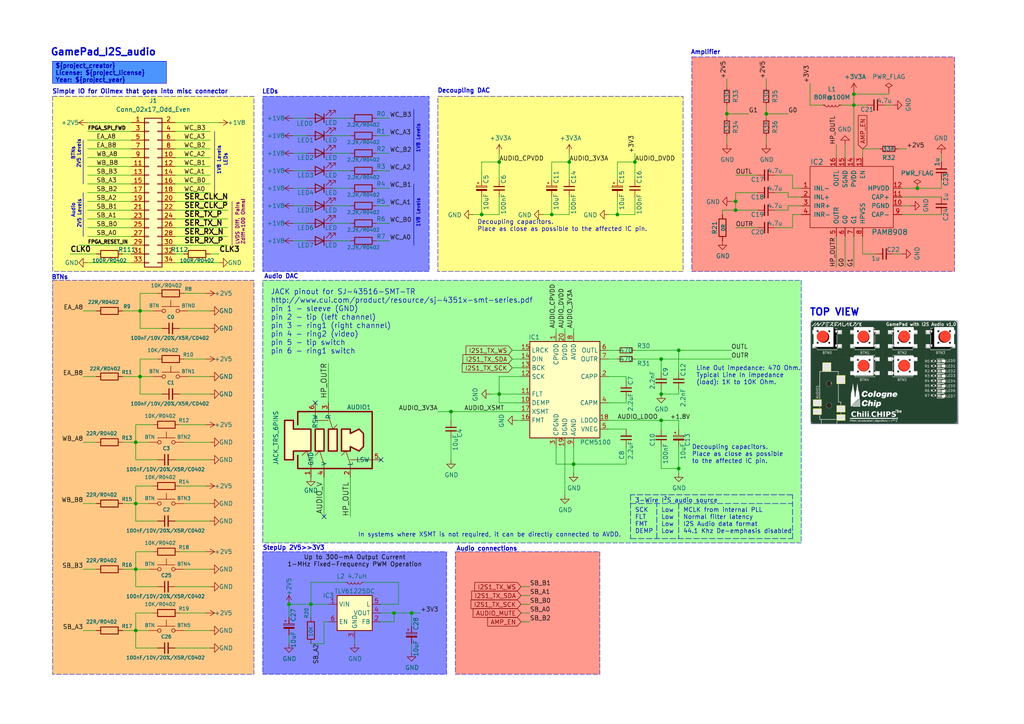
<source format=kicad_sch>
(kicad_sch (version 20250114) (generator "eeschema") (generator_version "9.0")
  (paper "A4")
  (title_block (title "GamePad_I2S_Audio") (date "2024-10-16") (rev "v1.0") (company "Intergalaktik d.o.o.") (comment 1 "CERN-OHL-S v2"))
  (rectangle (start 76.2 81.28) (end 232.41 157.48) (stroke (width 0.127) (type dash)) (fill (type color) (color 70 255 54 0.48)))
  (rectangle (start 127 27.94) (end 198.12 78.74) (stroke (width 0.127) (type dash)) (fill (type color) (color 255 253 8 0.48)))
  (rectangle (start 15.24 27.94) (end 73.66 78.74) (stroke (width 0.127) (type dash)) (fill (type color) (color 255 253 8 0.48)))
  (rectangle (start 15.24 81.28) (end 73.66 195.58) (stroke (width 0.127) (type dash)) (fill (type color) (color 255 141 0 0.48)))
  (rectangle (start 76.2 27.94) (end 124.46 78.74) (stroke (width 0.127) (type dash)) (fill (type color) (color 0 12 255 0.48)))
  (rectangle (start 132.08 160.02) (end 173.99 195.58) (stroke (width 0.127) (type dash)) (fill (type color) (color 255 41 17 0.48)))
  (rectangle (start 200.66 16.51) (end 276.86 78.74) (stroke (width 0.127) (type dash)) (fill (type color) (color 255 41 17 0.48)))
  (rectangle (start 15.24 17.78) (end 48.26 24.13) (fill (type color) (color 76 149 255 1)))
  (rectangle (start 76.2 160.02) (end 129.54 195.58) (stroke (width 0.127) (type dash)) (fill (type color) (color 0 12 255 0.48)))
  (text "2V5 Levels" (at 23.622 66.294 90) (effects (font (size 1.016 1.016) (bold yes)) (justify left bottom)))
  (text "1V8 Levels" (at 121.92 66.04 90) (effects (font (size 1.016 1.016) (bold yes)) (justify left bottom)))
  (text "Up to 300-mA Output Current\n1-MHz Fixed-Frequency PWM Operation" (at 102.87 162.814 0) (effects (font (size 1.27 1.27))))
  (text "GamePad_I2S_audio" (at 29.972 15.24 0) (effects (font (size 2.032 2.032) (thickness 0.4064) (bold yes))))
  (text "Audio connections" (at 150.114 160.02 0) (effects (font (size 1.27 1.27) (bold yes)) (justify right bottom)))
  (text "Audio DAC" (at 86.614 81.026 0) (effects (font (size 1.27 1.27) (bold yes)) (justify right bottom)))
  (text "Line Out impedance: 470 Ohm.\nTypical Line In impedance\n(load): 1K to 10K Ohm." (at 201.93 111.76 0) (effects (font (size 1.27 1.27)) (justify left bottom)))
  (text "StepUp 2V5>>3V3" (at 94.234 159.766 0) (effects (font (size 1.27 1.27) (bold yes)) (justify right bottom)))
  (text "BTNs" (at 21.844 46.482 90) (effects (font (size 1.016 1.016) (bold yes)) (justify left bottom)))
  (text "In systems where XSMT is not required, it can be directly connected to AVDD." (at 141.986 155.194 0) (effects (font (size 1.27 1.27))))
  (text "BTNs" (at 19.812 81.28 0) (effects (font (size 1.27 1.27) (bold yes)) (justify right bottom)))
  (text "3-Wire I²S audio source" (at 184.15 146.05 0) (effects (font (size 1.27 1.27)) (justify left bottom)))
  (text "Low\nLow\nLow\nLow" (at 191.77 154.94 0) (effects (font (size 1.27 1.27)) (justify left bottom)))
  (text "Decoupling capacitors. \nPlace as close as possible to the affected IC pin." (at 138.43 67.31 0) (effects (font (size 1.27 1.27)) (justify left bottom)))
  (text "Amplifier" (at 209.042 16.002 0) (effects (font (size 1.27 1.27) (bold yes)) (justify right bottom)))
  (text "1V8 Levels" (at 64.135 50.8 90) (effects (font (size 1.016 1.016) (bold yes)) (justify left bottom)))
  (text "2V5 Levels" (at 23.495 48.895 90) (effects (font (size 1.016 1.016) (bold yes)) (justify left bottom)))
  (text "JACK pinout for SJ-43516-SMT-TR\nhttp://www.cui.com/product/resource/sj-4351x-smt-series.pdf\npin 1 - sleeve (GND)\npin 2 - tip (left channel)\npin 3 - ring1 (right channel)\npin 4 - ring2 (video)\npin 5 - tip switch\npin 6 - ring1 switch" (at 78.486 102.87 0) (effects (font (size 1.524 1.524)) (justify left bottom)))
  (text "LVDS Diff. Pairs\nZdiff=100 Ohms!" (at 71.12 71.12 90) (effects (font (size 1.016 1.016) (bold yes)) (justify left bottom)))
  (text "SCK\nFLT\nFMT\nDEMP" (at 184.15 154.94 0) (effects (font (size 1.27 1.27)) (justify left bottom)))
  (text "MCLK from internal PLL\nNormal filter latency\nI2S Audio data format\n44.1 Khz De-emphasis disabled" (at 198.12 154.94 0) (effects (font (size 1.27 1.27)) (justify left bottom)))
  (text "Audio" (at 21.844 63.246 90) (effects (font (size 1.016 1.016) (bold yes)) (justify left bottom)))
  (text "LEDs" (at 80.772 27.432 0) (effects (font (size 1.27 1.27) (bold yes)) (justify right bottom)))
  (text "Simple IO for Olimex that goes into misc connector" (at 40.64 26.67 0) (effects (font (size 1.27 1.27) (thickness 0.254) (bold yes))))
  (text "${project_creator}\nLicense: ${project_license}\nYear: ${project_year}" (at 16.002 18.542 0) (effects (font (size 1.27 1.27) (thickness 0.254) (bold yes)) (justify left top)))
  (text "TOP VIEW" (at 242.062 90.678 0) (effects (font (size 2.032 2.032) (thickness 0.4064) (bold yes))))
  (text "1V8 Levels" (at 121.92 44.45 90) (effects (font (size 1.016 1.016) (bold yes)) (justify left bottom)))
  (text "LEDs" (at 66.04 48.26 90) (effects (font (size 1.016 1.016) (bold yes)) (justify left bottom)))
  (text "Decoupling capacitors. \nPlace as close as possible\nto the affected IC pin." (at 200.66 134.62 0) (effects (font (size 1.27 1.27)) (justify left bottom)))
  (text "Decoupling DAC" (at 142.24 27.178 0) (effects (font (size 1.27 1.27) (bold yes)) (justify right bottom)))
  (junction (at 40.64 109.22))
  (junction (at 191.77 104.14))
  (junction (at 39.37 128.27))
  (junction (at 247.65 30.48))
  (junction (at 144.78 114.3))
  (junction (at 191.77 121.92))
  (junction (at 191.77 114.3))
  (junction (at 222.25 33.02))
  (junction (at 83.82 175.26))
  (junction (at 179.07 62.23))
  (junction (at 39.37 146.05))
  (junction (at 266.065 54.61))
  (junction (at 213.36 60.96))
  (junction (at 196.85 135.89))
  (junction (at 130.81 119.38))
  (junction (at 139.7 62.23))
  (junction (at 144.78 46.99))
  (junction (at 119.38 177.8))
  (junction (at 114.3 177.8))
  (junction (at 247.65 27.305))
  (junction (at 210.82 33.02))
  (junction (at 184.15 46.99))
  (junction (at 166.37 134.62))
  (junction (at 90.17 175.26))
  (junction (at 213.36 58.42))
  (junction (at 160.02 62.23))
  (junction (at 39.37 182.88))
  (junction (at 165.1 46.99))
  (junction (at 39.37 165.1))
  (junction (at 196.85 101.6))
  (junction (at 40.64 90.17))
  (no_connect (at 93.98 149.86))
  (no_connect (at 110.49 133.35))
  (no_connect (at 91.44 116.84))
  (polyline (pts (xy 24.13 55.88) (xy 24.13 68.58)))
  (wire (pts (xy 165.1 62.23) (xy 160.02 62.23)))
  (wire (pts (xy 114.3 180.34) (xy 114.3 177.8)))
  (wire (pts (xy 127 119.38) (xy 130.81 119.38)))
  (wire (pts (xy 85.09 59.69) (xy 88.9 59.69)))
  (wire (pts (xy 181.61 116.84) (xy 181.61 115.57)))
  (wire (pts (xy 196.85 137.16) (xy 196.85 135.89)))
  (wire (pts (xy 257.81 27.305) (xy 247.65 27.305)))
  (wire (pts (xy 40.64 85.09) (xy 45.72 85.09)))
  (wire (pts (xy 196.85 114.3) (xy 196.85 113.03)))
  (wire (pts (xy 102.87 185.42) (xy 102.87 186.69)))
  (wire (pts (xy 139.7 46.99) (xy 144.78 46.99)))
  (wire (pts (xy 229.87 62.23) (xy 232.41 62.23)))
  (wire (pts (xy 130.81 119.38) (xy 130.81 121.92)))
  (wire (pts (xy 257.81 26.67) (xy 257.81 27.305)))
  (wire (pts (xy 50.8 58.42) (xy 66.04 58.42)))
  (wire (pts (xy 50.8 68.58) (xy 66.04 68.58)))
  (wire (pts (xy 228.6 55.88) (xy 228.6 57.15)))
  (wire (pts (xy 93.98 138.43) (xy 93.98 149.86)))
  (wire (pts (xy 139.7 62.23) (xy 137.16 62.23)))
  (wire (pts (xy 39.37 146.05) (xy 39.37 151.13)))
  (wire (pts (xy 109.22 44.45) (xy 113.03 44.45)))
  (wire (pts (xy 161.29 129.54) (xy 161.29 134.62)))
  (wire (pts (xy 39.37 151.13) (xy 45.72 151.13)))
  (wire (pts (xy 176.53 124.46) (xy 181.61 124.46)))
  (wire (pts (xy 184.15 104.14) (xy 191.77 104.14)))
  (wire (pts (xy 25.4 48.26) (xy 38.1 48.26)))
  (wire (pts (xy 151.13 180.34) (xy 153.67 180.34)))
  (wire (pts (xy 166.37 134.62) (xy 166.37 137.16)))
  (wire (pts (xy 166.37 134.62) (xy 166.37 129.54)))
  (wire (pts (xy 50.8 66.04) (xy 66.04 66.04)))
  (wire (pts (xy 96.52 59.69) (xy 101.6 59.69)))
  (wire (pts (xy 50.8 53.34) (xy 60.96 53.34)))
  (wire (pts (xy 90.17 175.26) (xy 90.17 179.07)))
  (wire (pts (xy 40.64 114.3) (xy 46.99 114.3)))
  (wire (pts (xy 109.22 64.77) (xy 113.03 64.77)))
  (wire (pts (xy 50.8 170.18) (xy 60.96 170.18)))
  (wire (pts (xy 181.61 109.22) (xy 181.61 110.49)))
  (wire (pts (xy 144.78 57.15) (xy 144.78 62.23)))
  (wire (pts (xy 114.3 177.8) (xy 119.38 177.8)))
  (polyline (pts (xy 229.87 143.51) (xy 182.88 143.51)) (stroke (width 0) (type dash)))
  (polyline (pts (xy 67.31 58.42) (xy 67.31 71.12)) (stroke (width 0) (color 132 0 132 1)))
  (wire (pts (xy 39.37 128.27) (xy 39.37 133.35)))
  (wire (pts (xy 213.36 55.88) (xy 213.36 58.42)))
  (wire (pts (xy 229.87 54.61) (xy 232.41 54.61)))
  (wire (pts (xy 191.77 121.92) (xy 196.85 121.92)))
  (wire (pts (xy 273.05 52.07) (xy 273.05 54.61)))
  (wire (pts (xy 179.07 57.15) (xy 179.07 62.23)))
  (wire (pts (xy 83.82 175.26) (xy 83.82 179.07)))
  (wire (pts (xy 25.4 43.18) (xy 38.1 43.18)))
  (wire (pts (xy 39.37 128.27) (xy 43.18 128.27)))
  (wire (pts (xy 35.56 146.05) (xy 39.37 146.05)))
  (wire (pts (xy 144.78 109.22) (xy 144.78 114.3)))
  (wire (pts (xy 228.6 57.15) (xy 232.41 57.15)))
  (wire (pts (xy 44.45 123.19) (xy 39.37 123.19)))
  (wire (pts (xy 39.37 182.88) (xy 43.18 182.88)))
  (wire (pts (xy 40.64 109.22) (xy 44.45 109.22)))
  (wire (pts (xy 50.8 50.8) (xy 60.96 50.8)))
  (wire (pts (xy 196.85 114.3) (xy 191.77 114.3)))
  (wire (pts (xy 163.83 129.54) (xy 163.83 143.51)))
  (wire (pts (xy 25.4 40.64) (xy 38.1 40.64)))
  (wire (pts (xy 24.13 128.27) (xy 27.94 128.27)))
  (wire (pts (xy 110.49 177.8) (xy 114.3 177.8)))
  (polyline (pts (xy 182.88 146.05) (xy 229.87 146.05)) (stroke (width 0) (type dash)))
  (wire (pts (xy 60.96 73.66) (xy 63.5 73.66)))
  (wire (pts (xy 222.25 33.02) (xy 222.25 34.29)))
  (wire (pts (xy 184.15 46.99) (xy 184.15 44.45)))
  (polyline (pts (xy 182.88 143.51) (xy 182.88 156.21)) (stroke (width 0) (type dash)))
  (wire (pts (xy 25.4 55.88) (xy 38.1 55.88)))
  (wire (pts (xy 151.13 172.72) (xy 153.67 172.72)))
  (wire (pts (xy 22.86 71.12) (xy 38.1 71.12)))
  (wire (pts (xy 53.34 104.14) (xy 59.69 104.14)))
  (wire (pts (xy 181.61 134.62) (xy 166.37 134.62)))
  (wire (pts (xy 52.07 140.97) (xy 59.69 140.97)))
  (wire (pts (xy 163.83 96.52) (xy 163.83 95.25)))
  (wire (pts (xy 96.52 39.37) (xy 101.6 39.37)))
  (wire (pts (xy 224.79 66.04) (xy 229.87 66.04)))
  (wire (pts (xy 209.55 62.23) (xy 209.55 60.96)))
  (wire (pts (xy 119.38 177.8) (xy 119.38 181.61)))
  (wire (pts (xy 222.25 39.37) (xy 222.25 41.91)))
  (wire (pts (xy 144.78 114.3) (xy 144.78 116.84)))
  (wire (pts (xy 109.22 69.85) (xy 113.03 69.85)))
  (wire (pts (xy 25.4 63.5) (xy 38.1 63.5)))
  (wire (pts (xy 50.8 187.96) (xy 60.96 187.96)))
  (polyline (pts (xy 62.23 38.1) (xy 62.23 55.88)))
  (wire (pts (xy 247.65 68.58) (xy 247.65 77.47)))
  (wire (pts (xy 261.62 62.23) (xy 273.05 62.23)))
  (wire (pts (xy 39.37 146.05) (xy 43.18 146.05)))
  (wire (pts (xy 85.09 54.61) (xy 88.9 54.61)))
  (wire (pts (xy 191.77 135.89) (xy 196.85 135.89)))
  (wire (pts (xy 110.49 180.34) (xy 114.3 180.34)))
  (wire (pts (xy 50.8 76.2) (xy 63.5 76.2)))
  (wire (pts (xy 39.37 170.18) (xy 45.72 170.18)))
  (wire (pts (xy 184.15 62.23) (xy 179.07 62.23)))
  (wire (pts (xy 93.98 180.34) (xy 95.25 180.34)))
  (wire (pts (xy 250.19 68.58) (xy 250.19 73.66)))
  (wire (pts (xy 176.53 116.84) (xy 181.61 116.84)))
  (wire (pts (xy 196.85 121.92) (xy 196.85 124.46)))
  (wire (pts (xy 96.52 34.29) (xy 101.6 34.29)))
  (wire (pts (xy 144.78 114.3) (xy 151.13 114.3)))
  (wire (pts (xy 39.37 187.96) (xy 45.72 187.96)))
  (wire (pts (xy 40.64 109.22) (xy 40.64 114.3)))
  (wire (pts (xy 184.15 57.15) (xy 184.15 62.23)))
  (wire (pts (xy 96.52 69.85) (xy 101.6 69.85)))
  (wire (pts (xy 39.37 165.1) (xy 39.37 170.18)))
  (wire (pts (xy 85.09 34.29) (xy 88.9 34.29)))
  (wire (pts (xy 25.4 45.72) (xy 38.1 45.72)))
  (wire (pts (xy 39.37 140.97) (xy 39.37 146.05)))
  (polyline (pts (xy 196.85 146.05) (xy 196.85 156.21)) (stroke (width 0) (type dash)))
  (wire (pts (xy 151.13 177.8) (xy 153.67 177.8)))
  (wire (pts (xy 242.57 45.72) (xy 242.57 41.91)))
  (wire (pts (xy 40.64 104.14) (xy 40.64 109.22)))
  (wire (pts (xy 52.07 95.25) (xy 60.96 95.25)))
  (wire (pts (xy 142.24 114.3) (xy 144.78 114.3)))
  (wire (pts (xy 39.37 165.1) (xy 43.18 165.1)))
  (wire (pts (xy 130.81 127) (xy 130.81 133.35)))
  (wire (pts (xy 144.78 62.23) (xy 139.7 62.23)))
  (wire (pts (xy 25.4 53.34) (xy 38.1 53.34)))
  (wire (pts (xy 85.09 49.53) (xy 88.9 49.53)))
  (wire (pts (xy 24.13 109.22) (xy 27.94 109.22)))
  (wire (pts (xy 40.64 90.17) (xy 44.45 90.17)))
  (wire (pts (xy 25.4 66.04) (xy 38.1 66.04)))
  (wire (pts (xy 35.56 90.17) (xy 40.64 90.17)))
  (wire (pts (xy 52.07 114.3) (xy 60.96 114.3)))
  (wire (pts (xy 53.34 128.27) (xy 60.96 128.27)))
  (wire (pts (xy 25.4 60.96) (xy 38.1 60.96)))
  (wire (pts (xy 191.77 104.14) (xy 212.09 104.14)))
  (wire (pts (xy 39.37 177.8) (xy 39.37 182.88)))
  (wire (pts (xy 259.08 73.66) (xy 261.62 73.66)))
  (wire (pts (xy 191.77 129.54) (xy 191.77 135.89)))
  (wire (pts (xy 95.25 116.84) (xy 95.25 105.41)))
  (wire (pts (xy 247.65 27.305) (xy 247.65 30.48)))
  (polyline (pts (xy 182.88 156.21) (xy 229.87 156.21)) (stroke (width 0) (type dash)))
  (wire (pts (xy 39.37 160.02) (xy 39.37 165.1)))
  (wire (pts (xy 245.11 68.58) (xy 245.11 77.47)))
  (wire (pts (xy 184.15 101.6) (xy 196.85 101.6)))
  (wire (pts (xy 165.1 46.99) (xy 165.1 44.45)))
  (wire (pts (xy 196.85 101.6) (xy 196.85 107.95)))
  (wire (pts (xy 160.02 57.15) (xy 160.02 62.23)))
  (wire (pts (xy 210.82 33.02) (xy 210.82 30.48)))
  (polyline (pts (xy 229.87 156.21) (xy 229.87 143.51)) (stroke (width 0) (type dash)))
  (wire (pts (xy 210.82 33.02) (xy 217.17 33.02)))
  (wire (pts (xy 224.79 60.96) (xy 228.6 60.96)))
  (wire (pts (xy 90.17 175.26) (xy 95.25 175.26)))
  (wire (pts (xy 50.8 133.35) (xy 60.96 133.35)))
  (wire (pts (xy 161.29 134.62) (xy 166.37 134.62)))
  (wire (pts (xy 63.5 35.56) (xy 50.8 35.56)))
  (wire (pts (xy 85.09 39.37) (xy 88.9 39.37)))
  (wire (pts (xy 20.32 73.66) (xy 27.94 73.66)))
  (wire (pts (xy 50.8 45.72) (xy 60.96 45.72)))
  (wire (pts (xy 247.65 26.67) (xy 247.65 27.305)))
  (wire (pts (xy 261.62 57.15) (xy 273.05 57.15)))
  (wire (pts (xy 83.82 175.26) (xy 90.17 175.26)))
  (wire (pts (xy 176.53 104.14) (xy 179.07 104.14)))
  (wire (pts (xy 148.59 101.6) (xy 151.13 101.6)))
  (wire (pts (xy 176.53 121.92) (xy 191.77 121.92)))
  (wire (pts (xy 213.36 58.42) (xy 212.09 58.42)))
  (wire (pts (xy 96.52 64.77) (xy 101.6 64.77)))
  (wire (pts (xy 90.17 186.69) (xy 93.98 186.69)))
  (wire (pts (xy 247.65 45.72) (xy 247.65 30.48)))
  (wire (pts (xy 181.61 129.54) (xy 181.61 134.62)))
  (wire (pts (xy 109.22 59.69) (xy 113.03 59.69)))
  (wire (pts (xy 53.34 182.88) (xy 60.96 182.88)))
  (wire (pts (xy 40.64 90.17) (xy 40.64 85.09)))
  (wire (pts (xy 234.95 30.48) (xy 234.95 24.13)))
  (wire (pts (xy 50.8 60.96) (xy 66.04 60.96)))
  (wire (pts (xy 261.62 59.69) (xy 264.16 59.69)))
  (wire (pts (xy 50.8 40.64) (xy 60.96 40.64)))
  (wire (pts (xy 247.65 30.48) (xy 251.46 30.48)))
  (wire (pts (xy 25.4 68.58) (xy 38.1 68.58)))
  (wire (pts (xy 229.87 66.04) (xy 229.87 62.23)))
  (wire (pts (xy 260.35 43.18) (xy 262.89 43.18)))
  (wire (pts (xy 24.13 182.88) (xy 27.94 182.88)))
  (wire (pts (xy 161.29 96.52) (xy 161.29 95.25)))
  (wire (pts (xy 101.6 138.43) (xy 101.6 149.86)))
  (wire (pts (xy 139.7 57.15) (xy 139.7 62.23)))
  (wire (pts (xy 191.77 107.95) (xy 191.77 104.14)))
  (wire (pts (xy 256.54 30.48) (xy 259.08 30.48)))
  (wire (pts (xy 38.1 73.66) (xy 35.56 73.66)))
  (wire (pts (xy 266.065 54.61) (xy 273.05 54.61)))
  (wire (pts (xy 83.82 184.15) (xy 83.82 186.69)))
  (wire (pts (xy 149.86 121.92) (xy 151.13 121.92)))
  (wire (pts (xy 25.4 50.8) (xy 38.1 50.8)))
  (wire (pts (xy 250.19 73.66) (xy 254 73.66)))
  (wire (pts (xy 165.1 57.15) (xy 165.1 62.23)))
  (wire (pts (xy 151.13 175.26) (xy 153.67 175.26)))
  (wire (pts (xy 35.56 182.88) (xy 39.37 182.88)))
  (wire (pts (xy 213.36 60.96) (xy 219.71 60.96)))
  (wire (pts (xy 165.1 46.99) (xy 165.1 52.07)))
  (wire (pts (xy 144.78 46.99) (xy 144.78 44.45)))
  (wire (pts (xy 50.8 38.1) (xy 60.96 38.1)))
  (wire (pts (xy 52.07 177.8) (xy 59.69 177.8)))
  (wire (pts (xy 90.17 168.91) (xy 90.17 175.26)))
  (wire (pts (xy 96.52 44.45) (xy 101.6 44.45)))
  (wire (pts (xy 242.57 68.58) (xy 242.57 77.47)))
  (wire (pts (xy 53.34 165.1) (xy 60.96 165.1)))
  (wire (pts (xy 245.11 45.72) (xy 245.11 41.91)))
  (wire (pts (xy 50.8 55.88) (xy 60.96 55.88)))
  (wire (pts (xy 115.57 175.26) (xy 110.49 175.26)))
  (wire (pts (xy 144.78 46.99) (xy 144.78 52.07)))
  (wire (pts (xy 35.56 128.27) (xy 39.37 128.27)))
  (wire (pts (xy 144.78 116.84) (xy 151.13 116.84)))
  (wire (pts (xy 210.82 25.4) (xy 210.82 22.86)))
  (wire (pts (xy 39.37 182.88) (xy 39.37 187.96)))
  (wire (pts (xy 179.07 46.99) (xy 184.15 46.99)))
  (wire (pts (xy 50.8 151.13) (xy 60.96 151.13)))
  (wire (pts (xy 151.13 109.22) (xy 144.78 109.22)))
  (polyline (pts (xy 24.13 40.64) (xy 24.13 53.34)))
  (wire (pts (xy 151.13 170.18) (xy 153.67 170.18)))
  (wire (pts (xy 45.72 104.14) (xy 40.64 104.14)))
  (wire (pts (xy 219.71 66.04) (xy 213.36 66.04)))
  (wire (pts (xy 40.64 95.25) (xy 40.64 90.17)))
  (wire (pts (xy 210.82 39.37) (xy 210.82 41.91)))
  (wire (pts (xy 139.7 52.07) (xy 139.7 46.99)))
  (wire (pts (xy 160.02 46.99) (xy 165.1 46.99)))
  (wire (pts (xy 151.13 104.14) (xy 148.59 104.14)))
  (polyline (pts (xy 120.015 31.75) (xy 120.015 49.53)))
  (wire (pts (xy 160.02 62.23) (xy 157.48 62.23)))
  (wire (pts (xy 191.77 121.92) (xy 191.77 124.46)))
  (wire (pts (xy 119.38 177.8) (xy 121.92 177.8)))
  (wire (pts (xy 38.1 76.2) (xy 25.4 76.2)))
  (wire (pts (xy 25.4 38.1) (xy 38.1 38.1)))
  (wire (pts (xy 52.07 160.02) (xy 59.69 160.02)))
  (wire (pts (xy 210.82 34.29) (xy 210.82 33.02)))
  (wire (pts (xy 44.45 140.97) (xy 39.37 140.97)))
  (wire (pts (xy 151.13 119.38) (xy 130.81 119.38)))
  (wire (pts (xy 44.45 160.02) (xy 39.37 160.02)))
  (wire (pts (xy 196.85 135.89) (xy 196.85 129.54)))
  (wire (pts (xy 166.37 96.52) (xy 166.37 95.25)))
  (wire (pts (xy 222.25 33.02) (xy 228.6 33.02)))
  (wire (pts (xy 46.99 95.25) (xy 40.64 95.25)))
  (wire (pts (xy 224.79 55.88) (xy 228.6 55.88)))
  (wire (pts (xy 224.79 50.8) (xy 229.87 50.8)))
  (wire (pts (xy 96.52 49.53) (xy 101.6 49.53)))
  (wire (pts (xy 109.22 34.29) (xy 113.03 34.29)))
  (wire (pts (xy 44.45 177.8) (xy 39.37 177.8)))
  (wire (pts (xy 119.38 189.23) (xy 119.38 186.69)))
  (wire (pts (xy 176.53 109.22) (xy 181.61 109.22)))
  (wire (pts (xy 213.36 58.42) (xy 213.36 60.96)))
  (wire (pts (xy 219.71 50.8) (xy 213.36 50.8)))
  (wire (pts (xy 35.56 165.1) (xy 39.37 165.1)))
  (wire (pts (xy 191.77 113.03) (xy 191.77 114.3)))
  (wire (pts (xy 160.02 52.07) (xy 160.02 46.99)))
  (wire (pts (xy 109.22 54.61) (xy 113.03 54.61)))
  (wire (pts (xy 100.33 168.91) (xy 90.17 168.91)))
  (polyline (pts (xy 190.5 156.21) (xy 190.5 146.05)) (stroke (width 0) (type dash)))
  (wire (pts (xy 222.25 25.4) (xy 222.25 22.86)))
  (wire (pts (xy 54.61 109.22) (xy 60.96 109.22)))
  (wire (pts (xy 93.98 186.69) (xy 93.98 180.34)))
  (wire (pts (xy 176.53 101.6) (xy 179.07 101.6)))
  (wire (pts (xy 228.6 59.69) (xy 232.41 59.69)))
  (wire (pts (xy 238.76 30.48) (xy 234.95 30.48)))
  (wire (pts (xy 179.07 62.23) (xy 176.53 62.23)))
  (wire (pts (xy 219.71 55.88) (xy 213.36 55.88)))
  (wire (pts (xy 85.09 69.85) (xy 88.9 69.85)))
  (polyline (pts (xy 120.015 53.34) (xy 120.015 71.12)))
  (wire (pts (xy 25.4 58.42) (xy 38.1 58.42)))
  (wire (pts (xy 35.56 109.22) (xy 40.64 109.22)))
  (wire (pts (xy 50.8 48.26) (xy 60.96 48.26)))
  (wire (pts (xy 24.13 90.17) (xy 27.94 90.17)))
  (wire (pts (xy 179.07 52.07) (xy 179.07 46.99)))
  (wire (pts (xy 24.13 165.1) (xy 27.94 165.1)))
  (wire (pts (xy 85.09 44.45) (xy 88.9 44.45)))
  (wire (pts (xy 39.37 123.19) (xy 39.37 128.27)))
  (wire (pts (xy 96.52 54.61) (xy 101.6 54.61)))
  (wire (pts (xy 261.62 54.61) (xy 266.065 54.61)))
  (wire (pts (xy 53.34 73.66) (xy 50.8 73.66)))
  (wire (pts (xy 228.6 60.96) (xy 228.6 59.69)))
  (wire (pts (xy 53.34 146.05) (xy 60.96 146.05)))
  (wire (pts (xy 85.09 64.77) (xy 88.9 64.77)))
  (wire (pts (xy 196.85 101.6) (xy 212.09 101.6)))
  (wire (pts (xy 229.87 50.8) (xy 229.87 54.61)))
  (wire (pts (xy 209.55 60.96) (xy 213.36 60.96)))
  (wire (pts (xy 105.41 168.91) (xy 115.57 168.91)))
  (wire (pts (xy 50.8 63.5) (xy 66.04 63.5)))
  (wire (pts (xy 39.37 133.35) (xy 45.72 133.35)))
  (wire (pts (xy 109.22 49.53) (xy 113.03 49.53)))
  (wire (pts (xy 25.4 35.56) (xy 38.1 35.56)))
  (wire (pts (xy 53.34 85.09) (xy 59.69 85.09)))
  (wire (pts (xy 250.19 43.18) (xy 255.27 43.18)))
  (wire (pts (xy 273.05 44.45) (xy 273.05 46.99)))
  (wire (pts (xy 50.8 43.18) (xy 60.96 43.18)))
  (wire (pts (xy 50.8 71.12) (xy 66.04 71.12)))
  (wire (pts (xy 109.22 39.37) (xy 113.03 39.37)))
  (wire (pts (xy 250.19 43.18) (xy 250.19 45.72)))
  (wire (pts (xy 52.07 123.19) (xy 59.69 123.19)))
  (wire (pts (xy 54.61 90.17) (xy 60.96 90.17)))
  (wire (pts (xy 222.25 30.48) (xy 222.25 33.02)))
  (wire (pts (xy 115.57 168.91) (xy 115.57 175.26)))
  (wire (pts (xy 24.13 146.05) (xy 27.94 146.05)))
  (wire (pts (xy 148.59 106.68) (xy 151.13 106.68)))
  (wire (pts (xy 184.15 46.99) (xy 184.15 52.07)))
  (wire (pts (xy 243.84 30.48) (xy 247.65 30.48)))
  (image (at 256.54 107.95) (scale 0.168227))
  (label "WC_B2" (at 53.34 43.18 0))
  (label "SB_B2" (at 153.67 180.34 0))
  (label "SER_RX_P" (at 53.34 71.12 0) (effects (font (size 1.524 1.524) (thickness 0.3048) (bold yes))))
  (label "WC_A3" (at 113.03 39.37 0))
  (label "AUDIO_DVDD" (at 163.83 95.25 90))
  (label "SB_A2" (at 27.94 58.42 0))
  (label "SB_B1" (at 27.94 60.96 0))
  (label "SER_CLK_N" (at 53.34 58.42 0) (effects (font (size 1.524 1.524) (thickness 0.3048) (bold yes))))
  (label "+3V3" (at 234.95 24.13 90))
  (label "HP_OUTR" (at 95.25 115.57 90) (effects (font (size 1.524 1.524))))
  (label "EA_B8" (at 27.94 43.18 0))
  (label "HP_OUTR" (at 242.57 77.47 90))
  (label "G1" (at 247.65 77.47 90))
  (label "WC_B0" (at 113.03 64.77 0))
  (label "SER_RX_N" (at 53.34 68.58 0) (effects (font (size 1.524 1.524) (thickness 0.3048) (bold yes))))
  (label "AUDIO_3V3A" (at 127 119.38 180))
  (label "WC_A2" (at 53.34 45.72 0))
  (label "WC_B1" (at 113.03 54.61 0))
  (label "EA_B8" (at 24.13 109.22 180))
  (label "SB_B0" (at 27.94 66.04 0))
  (label "AUDIO_3V3A" (at 166.37 95.25 90))
  (label "G0" (at 245.11 77.47 90))
  (label "SB_A3" (at 27.94 53.34 0))
  (label "WC_A0" (at 53.34 55.88 0))
  (label "AUDIO_3V3A" (at 165.1 46.99 0))
  (label "+2V5" (at 262.89 43.18 0))
  (label "EA_A8" (at 27.94 40.64 0))
  (label "HP_OUTL" (at 101.6 139.7 270) (effects (font (size 1.524 1.524))))
  (label "+3V3" (at 121.92 177.8 0))
  (label "FPGA_RESET_IN" (at 25.4 71.12 0) (effects (font (size 1.016 1.016) (thickness 0.3048) (bold yes))))
  (label "SB_A0" (at 27.94 68.58 0))
  (label "+2V5" (at 210.82 22.86 90))
  (label "SER_TX_N" (at 53.34 66.04 0) (effects (font (size 1.524 1.524) (thickness 0.3048) (bold yes))))
  (label "WC_B1" (at 53.34 48.26 0))
  (label "WB_B8" (at 27.94 48.26 0))
  (label "SB_A0" (at 153.67 177.8 0))
  (label "+2V5" (at 222.25 22.86 90))
  (label "AUDIO_DVDD" (at 184.15 46.99 0))
  (label "OUTL" (at 213.36 50.8 0))
  (label "WC_A3" (at 53.34 40.64 0))
  (label "SB_A3" (at 24.13 182.88 180))
  (label "WB_A8" (at 27.94 45.72 0))
  (label "OUTR" (at 213.36 66.04 0))
  (label "G1" (at 217.17 33.02 0))
  (label "SB_B3" (at 27.94 50.8 0))
  (label "SB_B0" (at 153.67 175.26 0))
  (label "WB_A8" (at 24.13 128.27 180))
  (label "+1.8V" (at 194.31 121.92 0))
  (label "SER_TX_P" (at 53.34 63.5 0) (effects (font (size 1.524 1.524) (thickness 0.3048) (bold yes))))
  (label "OUTL" (at 212.09 101.6 0))
  (label "AUDIO_CPVDD" (at 161.29 95.25 90))
  (label "SER_CLK_P" (at 53.34 60.96 0) (effects (font (size 1.524 1.524) (thickness 0.3048) (bold yes))))
  (label "FPGA_SPI_FWD" (at 25.4 38.1 0) (effects (font (size 1.016 1.016) (thickness 0.3048) (bold yes))))
  (label "WC_A1" (at 53.34 50.8 0))
  (label "SB_A1" (at 153.67 172.72 0))
  (label "WC_A0" (at 113.03 69.85 0))
  (label "SB_A1" (at 27.94 63.5 0))
  (label "SB_A2" (at 92.71 186.69 270))
  (label "AUDIO_V" (at 93.98 139.7 270) (effects (font (size 1.524 1.524))))
  (label "AUDIO_XSMT" (at 134.62 119.38 0))
  (label "OUTR" (at 212.09 104.14 0))
  (label "AUDIO_LDOO" (at 179.07 121.92 0))
  (label "SB_B3" (at 24.13 165.1 180))
  (label "WC_A1" (at 113.03 59.69 0))
  (label "CLK0" (at 20.32 73.66 0) (effects (font (size 1.524 1.524) (thickness 0.3048) (bold yes))))
  (label "WC_B3" (at 53.34 38.1 0))
  (label "G0" (at 228.6 33.02 0))
  (label "SB_B1" (at 153.67 170.18 0))
  (label "SB_B2" (at 27.94 55.88 0))
  (label "WC_B3" (at 113.03 34.29 0))
  (label "WC_B2" (at 113.03 44.45 0))
  (label "WC_B0" (at 53.34 53.34 0))
  (label "WC_A2" (at 113.03 49.53 0))
  (label "+3V3" (at 184.15 44.45 90))
  (label "CLK3" (at 63.5 73.66 0) (effects (font (size 1.524 1.524) (thickness 0.3048) (bold yes))))
  (label "AUDIO_CPVDD" (at 144.78 46.99 0))
  (label "WB_B8" (at 24.13 146.05 180))
  (label "EA_A8" (at 24.13 90.17 180))
  (label "HP_OUTL" (at 242.57 41.91 90))
  (global_label "I2S1_TX_SDA" (shape input) (at 148.59 104.14 180) (property "Intersheetrefs" "${INTERSHEET_REFS}" (effects (hide yes))))
  (global_label "AMP_EN" (shape input) (at 250.19 43.18 90) (property "Intersheetrefs" "${INTERSHEET_REFS}" (effects (hide yes))))
  (global_label "AMP_EN" (shape input) (at 151.13 180.34 180) (property "Intersheetrefs" "${INTERSHEET_REFS}" (effects (hide yes))))
  (global_label "I2S1_TX_SDA" (shape input) (at 151.13 172.72 180) (property "Intersheetrefs" "${INTERSHEET_REFS}" (effects (hide yes))))
  (global_label "I2S1_TX_WS" (shape input) (at 148.59 101.6 180) (property "Intersheetrefs" "${INTERSHEET_REFS}" (effects (hide yes))))
  (global_label "I2S1_TX_SCK" (shape input) (at 151.13 175.26 180) (property "Intersheetrefs" "${INTERSHEET_REFS}" (effects (hide yes))))
  (global_label "AUDIO_MUTE" (shape input) (at 151.13 177.8 180) (property "Intersheetrefs" "${INTERSHEET_REFS}" (effects (hide yes))))
  (global_label "I2S1_TX_SCK" (shape input) (at 148.59 106.68 180) (property "Intersheetrefs" "${INTERSHEET_REFS}" (effects (hide yes))))
  (global_label "I2S1_TX_WS" (shape input) (at 151.13 170.18 180) (property "Intersheetrefs" "${INTERSHEET_REFS}" (effects (hide yes))))
  (symbol (lib_id "OLIMEX_RCL:R") (at 105.41 49.53 0) (unit 1)
    (property "Reference" "R3" (at 110.49 48.26 0))
    (property "Value" "2.2K/R0402" (at 105.41 51.435 0) (effects (font (size 1.016 1.016))))
    (property "Footprint" "Resistor_SMD:R_0402_1005Metric" (effects (hide yes)))
  )
  (symbol (lib_id "Switch:SW_Push") (at 49.53 109.22 0) (unit 1)
    (property "Reference" "BTN1" (at 54.61 107.696 0) (effects (font (size 1.016 1.016))))
    (property "Value" "BTN" (at 44.704 107.696 0) (effects (font (size 1.016 1.016))))
    (property "Footprint" "Button_Switch_SMD:SW_SPST_B3S-1000" (effects (hide yes)))
    (property "Description" "Push button switch, generic, two pins" (effects (hide yes)))
  )
  (symbol (lib_id "Device:LED") (at 92.71 69.85 180) (unit 1)
    (property "Reference" "LED7" (at 88.646 71.12 0))
    (property "Value" "LED" (at 96.012 71.12 0))
    (property "Footprint" "LED_SMD:LED_0603_1608Metric" (effects (hide yes)))
    (property "Description" "Light emitting diode" (effects (hide yes)))
  )
  (symbol (lib_id "OLIMEX_Power:+2V5") (at 25.4 35.56 90) (unit 1)
    (property "Reference" "#PWR01" (effects (hide yes)))
    (property "Value" "+2V5" (at 20.32 35.56 90))
  )
  (symbol (lib_id "power:GND") (at 264.16 59.69 90) (unit 1)
    (property "Reference" "#PWR042" (effects (hide yes)))
    (property "Value" "GND" (at 268.5542 59.563 0))
  )
  (symbol (lib_id "Device:C_Small") (at 130.81 124.46 0) (unit 1)
    (property "Reference" "C4" (at 133.35 127 90) (effects (justify left)))
    (property "Value" "10uF" (at 132.08 130.81 90) (effects (justify left)))
    (property "Footprint" "Capacitor_SMD:C_0603_1608Metric" (effects (hide yes)))
    (property "Datasheet" "EMK316B7106KL-TD" (effects (hide yes)))
  )
  (symbol (lib_id "OLIMEX_Power:GND") (at 60.96 133.35 90) (unit 1)
    (property "Reference" "#PWR018" (effects (hide yes)))
    (property "Value" "GND" (at 63.5 133.35 90) (effects (justify right)))
  )
  (symbol (lib_id "Device:C_Small") (at 222.25 55.88 270) (unit 1)
    (property "Reference" "C18" (at 219.71 57.15 90))
    (property "Value" "4.7u" (at 224.79 54.61 90))
    (property "Footprint" "Capacitor_SMD:C_0603_1608Metric" (effects (hide yes)))
    (property "Datasheet" "CL10A475KP8NNNC" (effects (hide yes)))
  )
  (symbol (lib_id "power:GNDA") (at 191.77 114.3 0) (unit 1)
    (property "Reference" "#PWR033" (effects (hide yes)))
    (property "Value" "GND" (at 191.897 118.6942 0))
  )
  (symbol (lib_id "OLIMEX_RCL:R") (at 105.41 34.29 0) (unit 1)
    (property "Reference" "R0" (at 110.49 33.02 0))
    (property "Value" "2.2K/R0402" (at 105.41 36.195 0) (effects (font (size 1.016 1.016))))
    (property "Footprint" "Resistor_SMD:R_0402_1005Metric" (effects (hide yes)))
  )
  (symbol (lib_id "Device:CP_Small") (at 160.02 54.61 0) (unit 1)
    (property "Reference" "C11" (at 161.29 53.34 90) (effects (justify left)))
    (property "Value" "10uF" (at 161.29 60.96 90) (effects (justify left)))
    (property "Footprint" "Capacitor_SMD:C_0603_1608Metric" (effects (hide yes)))
    (property "Datasheet" "TAJA106K016RNJ" (effects (hide yes)))
  )
  (symbol (lib_id "power:GND") (at 119.38 189.23 0) (unit 1)
    (property "Reference" "#PWR053" (effects (hide yes)))
    (property "Value" "GND" (at 119.507 193.6242 0))
  )
  (symbol (lib_id "power:GND") (at 176.53 62.23 270) (unit 1)
    (property "Reference" "#PWR035" (effects (hide yes)))
    (property "Value" "GND" (at 173.2788 62.357 90) (effects (justify right)))
  )
  (symbol (lib_id "OLIMEX_Power:GND") (at 60.96 114.3 90) (unit 1)
    (property "Reference" "#PWR016" (effects (hide yes)))
    (property "Value" "GND" (at 63.5 114.3 90) (effects (justify right)))
  )
  (symbol (lib_id "power:GND") (at 245.11 41.91 180) (unit 1)
    (property "Reference" "#PWR038" (effects (hide yes)))
    (property "Value" "GND" (at 244.983 37.5158 0))
  )
  (symbol (lib_id "OLIMEX_Power:+2V5") (at 59.69 104.14 270) (unit 1)
    (property "Reference" "#PWR020" (effects (hide yes)))
    (property "Value" "+2V5" (at 64.77 104.14 90))
  )
  (symbol (lib_id "Device:C_Small") (at 49.53 95.25 90) (unit 1)
    (property "Reference" "C0" (at 49.53 91.948 90) (effects (font (size 1.016 1.016))))
    (property "Value" "100nF/10V/20%/X5R/C0402" (at 49.276 98.044 90) (effects (font (size 1.016 1.016))))
    (property "Footprint" "Capacitor_SMD:C_0402_1005Metric" (effects (hide yes)))
    (property "Description" "Unpolarized capacitor, small symbol" (effects (hide yes)))
  )
  (symbol (lib_id "power:GND") (at 209.55 69.85 0) (unit 1)
    (property "Reference" "#PWR036" (effects (hide yes)))
    (property "Value" "GND" (at 209.677 74.2442 0))
  )
  (symbol (lib_id "OLIMEX_Power:GND") (at 60.96 151.13 90) (unit 1)
    (property "Reference" "#PWR024" (effects (hide yes)))
    (property "Value" "GND" (at 63.5 151.13 90) (effects (justify right)))
  )
  (symbol (lib_id "OLIMEX_Power:+1V8") (at 85.09 49.53 90) (unit 1)
    (property "Reference" "#PWR07" (effects (hide yes)))
    (property "Value" "+1V8" (at 80.01 49.53 90))
  )
  (symbol (lib_id "Device:R_Small") (at 222.25 27.94 180) (unit 1)
    (property "Reference" "R35" (at 224.79 27.94 90))
    (property "Value" "330" (at 222.25 27.94 90))
    (property "Footprint" "Resistor_SMD:R_0402_1005Metric" (effects (hide yes)))
  )
  (symbol (lib_id "OLIMEX_Power:GND") (at 60.96 128.27 90) (unit 1)
    (property "Reference" "#PWR017" (effects (hide yes)))
    (property "Value" "GND" (at 63.5 128.27 90) (effects (justify right)))
  )
  (symbol (lib_id "Device:LED") (at 92.71 34.29 180) (unit 1)
    (property "Reference" "LED0" (at 88.392 35.814 0))
    (property "Value" "LED" (at 96.012 35.56 0))
    (property "Footprint" "LED_SMD:LED_0603_1608Metric" (effects (hide yes)))
    (property "Description" "Light emitting diode" (effects (hide yes)))
  )
  (symbol (lib_id "power:GND") (at 163.83 143.51 0) (unit 1)
    (property "Reference" "#PWR029" (effects (hide yes)))
    (property "Value" "GND" (at 163.957 147.9042 0))
  )
  (symbol (lib_id "OLIMEX_Power:GND") (at 60.96 170.18 90) (unit 1)
    (property "Reference" "#PWR048" (effects (hide yes)))
    (property "Value" "GND" (at 63.5 170.18 90) (effects (justify right)))
  )
  (symbol (lib_id "power:GND") (at 142.24 114.3 270) (unit 1)
    (property "Reference" "#PWR027" (effects (hide yes)))
    (property "Value" "GND" (at 137.8458 114.427 0))
  )
  (symbol (lib_id "power:GNDA") (at 212.09 58.42 270) (unit 1)
    (property "Reference" "#PWR055" (effects (hide yes)))
    (property "Value" "GND" (at 208.8642 58.547 90) (effects (justify right)))
  )
  (symbol (lib_id "Device:CP_Small") (at 83.82 181.61 0) (unit 1)
    (property "Reference" "C27" (at 85.09 180.34 90) (effects (justify left)))
    (property "Value" "10uF" (at 85.09 187.96 90) (effects (justify left)))
    (property "Footprint" "Capacitor_SMD:C_0603_1608Metric" (effects (hide yes)))
    (property "Datasheet" "TAJA106K016RNJ" (effects (hide yes)))
  )
  (symbol (lib_id "power:GND") (at 83.82 186.69 0) (unit 1)
    (property "Reference" "#PWR052" (effects (hide yes)))
    (property "Value" "GND" (at 83.947 191.0842 0))
  )
  (symbol (lib_id "power:GND") (at 259.08 30.48 90) (unit 1)
    (property "Reference" "#PWR040" (effects (hide yes)))
    (property "Value" "GND" (at 263.4742 30.353 0))
  )
  (symbol (lib_id "OLIMEX_RCL:R") (at 31.75 146.05 0) (unit 1)
    (property "Reference" "R15" (at 36.83 144.78 0) (effects (font (size 1.016 1.016))))
    (property "Value" "22R/R0402" (at 29.464 143.51 0) (effects (font (size 1.016 1.016))))
    (property "Footprint" "Resistor_SMD:R_0402_1005Metric" (effects (hide yes)))
  )
  (symbol (lib_id "power:GNDA") (at 157.48 62.23 270) (unit 1)
    (property "Reference" "#PWR032" (effects (hide yes)))
    (property "Value" "GND" (at 154.2542 62.357 90) (effects (justify right)))
  )
  (symbol (lib_id "power:GND") (at 210.82 41.91 0) (unit 1)
    (property "Reference" "#PWR045" (effects (hide yes)))
    (property "Value" "GND" (at 210.947 46.3042 0))
  )
  (symbol (lib_id "power:GNDA") (at 137.16 62.23 270) (unit 1)
    (property "Reference" "#PWR031" (effects (hide yes)))
    (property "Value" "GND" (at 133.9342 62.357 90) (effects (justify right)))
  )
  (symbol (lib_id "OLIMEX_RCL:R") (at 209.55 66.04 90) (unit 1)
    (property "Reference" "R21" (at 207.264 66.04 0))
    (property "Value" "0R" (at 209.804 66.04 0) (effects (font (size 1.016 1.016))))
    (property "Footprint" "Resistor_SMD:R_0402_1005Metric" (effects (hide yes)))
  )
  (symbol (lib_id "jack_trs_6pins_apple:JACK_TRS_6PINS_APPLE") (at 101.6 128.27 0) (unit 1)
    (property "Reference" "AUDIO1" (at 104.14 118.11 0))
    (property "Value" "JACK_TRS_6PINS" (at 80.01 127 90))
    (property "Footprint" "audio-jack:CUI_SJ-43516-SMT" (effects (hide yes)))
    (property "Datasheet" "http://www.cui.com/product/resource/sj-4351x-smt-series.pdf" (effects (hide yes)))
    (property "MNF1_URL" "www.cui.com" (effects (hide yes)))
    (property "MFG1" "CUI" (effects (hide yes)))
    (property "MPN" "SJ-43516-SMT-TR" (effects (hide yes)))
    (property "Mouser" "490-SJ43515TS-SMT-TR" (effects (hide yes)))
    (property "Mouse_r1" "490-SJ43515RS-SMT-TR" (effects (hide yes)))
    (property "Mouse_r2" "490-SJ-43516-SMT-TR " (effects (hide yes)))
    (property "Digikey" "CP-43516SJCT-ND" (effects (hide yes)))
    (property "Vertical" "SJ-43516-SMT-TR" (effects (hide yes)))
    (property "price100_Vertical" "0.8015$" (effects (hide yes)))
    (property "Koncar" "FAU001" (effects (hide yes)))
    (property "Side" "T" (effects (hide yes)))
  )
  (symbol (lib_id "OLIMEX_Power:+1V8") (at 85.09 69.85 90) (unit 1)
    (property "Reference" "#PWR011" (effects (hide yes)))
    (property "Value" "+1V8" (at 80.01 69.85 90))
  )
  (symbol (lib_id "Device:C_Small") (at 181.61 127 180) (unit 1)
    (property "Reference" "C8" (at 180.34 133.35 90) (effects (justify right)))
    (property "Value" "2.2uF" (at 182.88 133.35 90) (effects (justify right)))
    (property "Footprint" "Capacitor_SMD:C_0402_1005Metric" (effects (hide yes)))
    (property "Datasheet" "CL10A225KO8NNNC" (effects (hide yes)))
  )
  (symbol (lib_id "Audio:PCM5100") (at 163.83 111.76 0) (unit 1)
    (property "Reference" "IC1" (at 154.94 97.79 0))
    (property "Value" "PCM5100" (at 172.72 128.27 0))
    (property "Footprint" "Package_SO:TSSOP-20_4.4x6.5mm_P0.65mm" (effects (hide yes)))
    (property "Datasheet" "http://www.ti.com/lit/ds/symlink/pcm5100.pdf" (effects (hide yes)))
  )
  (symbol (lib_id "OLIMEX_Power:GND") (at 63.5 76.2 90) (unit 1)
    (property "Reference" "#PWR04" (effects (hide yes)))
    (property "Value" "GND" (at 66.04 76.2 90) (effects (justify right)))
  )
  (symbol (lib_id "power:PWR_FLAG") (at 257.81 26.67 0) (unit 1)
    (property "Reference" "#FLG01" (effects (hide yes)))
    (property "Value" "PWR_FLAG" (at 257.81 22.2758 0))
  )
  (symbol (lib_id "Connector_Generic:Conn_02x17_Odd_Even") (at 43.18 55.88 0) (unit 1)
    (property "Reference" "J1" (at 44.45 29.21 0))
    (property "Value" "Conn_02x17_Odd_Even" (at 44.45 31.75 0))
    (property "Footprint" "Connector_PinSocket_2.54mm:PinSocket_2x17_P2.54mm_Vertical_SMD" (effects (hide yes)))
    (property "Description" "Generic connector, double row, 02x17, odd/even pin numbering scheme (row 1 odd numbers, row 2 even numbers), script generated (kicad-library-utils/schlib/autogen/connector/)" (effects (hide yes)))
  )
  (symbol (lib_id "OLIMEX_Power:GND") (at 60.96 187.96 90) (unit 1)
    (property "Reference" "#PWR050" (effects (hide yes)))
    (property "Value" "GND" (at 63.5 187.96 90) (effects (justify right)))
  )
  (symbol (lib_id "OLIMEX_Power:GND") (at 60.96 90.17 90) (unit 1)
    (property "Reference" "#PWR014" (effects (hide yes)))
    (property "Value" "GND" (at 63.5 90.17 90) (effects (justify right)))
  )
  (symbol (lib_id "OLIMEX_RCL:R") (at 49.53 85.09 0) (unit 1)
    (property "Reference" "R8" (at 54.61 83.82 0) (effects (font (size 1.016 1.016))))
    (property "Value" "10K/R0402" (at 48.26 82.804 0) (effects (font (size 1.016 1.016))))
    (property "Footprint" "Resistor_SMD:R_0402_1005Metric" (effects (hide yes)))
  )
  (symbol (lib_id "Device:C_Small") (at 165.1 54.61 0) (unit 1)
    (property "Reference" "C14" (at 166.37 53.34 90) (effects (justify left)))
    (property "Value" "100nF" (at 166.37 62.23 90) (effects (justify left)))
    (property "Footprint" "Capacitor_SMD:C_0402_1005Metric" (effects (hide yes)))
    (property "Datasheet" "885012206071" (effects (hide yes)))
  )
  (symbol (lib_id "Device:CP_Small") (at 139.7 54.61 0) (unit 1)
    (property "Reference" "C5" (at 140.97 53.34 90) (effects (justify left)))
    (property "Value" "10uF" (at 140.97 60.96 90) (effects (justify left)))
    (property "Footprint" "Capacitor_SMD:C_0603_1608Metric" (effects (hide yes)))
    (property "Datasheet" "TAJA106K016RNJ" (effects (hide yes)))
  )
  (symbol (lib_id "OLIMEX_RCL:R") (at 105.41 39.37 0) (unit 1)
    (property "Reference" "R1" (at 110.49 38.1 0))
    (property "Value" "2.2K/R0402" (at 105.41 41.275 0) (effects (font (size 1.016 1.016))))
    (property "Footprint" "Resistor_SMD:R_0402_1005Metric" (effects (hide yes)))
  )
  (symbol (lib_id "Switch:SW_Push") (at 48.26 146.05 0) (unit 1)
    (property "Reference" "BTN3" (at 53.34 144.526 0) (effects (font (size 1.016 1.016))))
    (property "Value" "BTN" (at 43.434 144.526 0) (effects (font (size 1.016 1.016))))
    (property "Footprint" "Button_Switch_SMD:SW_SPST_B3S-1000" (effects (hide yes)))
    (property "Description" "Push button switch, generic, two pins" (effects (hide yes)))
  )
  (symbol (lib_id "Regulator_Switching:TLV61225DC") (at 102.87 177.8 0) (unit 1)
    (property "Reference" "IC3" (at 95.25 172.72 0))
    (property "Value" "TLV61225DC" (at 102.87 171.45 0))
    (property "Footprint" "Package_TO_SOT_SMD:SOT-363_SC-70-6" (effects (hide yes)))
    (property "Datasheet" "https://www.ti.com/lit/ds/symlink/tlv61225.pdf" (effects (hide yes)))
    (property "Description" "Fixed 3.3V Output Voltage Boost Converter with Power Diode and Isolation Switch, 5uA Quiescent Current, SOT-363" (effects (hide yes)))
  )
  (symbol (lib_id "pam8901:PAM8901") (at 240.03 52.07 0) (unit 1)
    (property "Reference" "IC2" (at 234.95 46.99 0) (effects (font (size 1.524 1.524)) (justify left)))
    (property "Value" "PAM8908" (at 252.73 67.31 0) (effects (font (size 1.524 1.524)) (justify left)))
    (property "Footprint" "Package_DFN_QFN:QFN-16-1EP_3x3mm_P0.5mm_EP1.7x1.7mm_ThermalVias" (effects (hide yes)))
  )
  (symbol (lib_id "OLIMEX_RCL:R") (at 48.26 140.97 0) (unit 1)
    (property "Reference" "R14" (at 53.34 139.7 0) (effects (font (size 1.016 1.016))))
    (property "Value" "10K/R0402" (at 46.482 138.43 0) (effects (font (size 1.016 1.016))))
    (property "Footprint" "Resistor_SMD:R_0402_1005Metric" (effects (hide yes)))
  )
  (symbol (lib_id "Device:C_Small") (at 196.85 110.49 0) (unit 1)
    (property "Reference" "C12" (at 198.12 109.22 90) (effects (justify left)))
    (property "Value" "2.2nF" (at 198.12 118.11 90) (effects (justify left)))
    (property "Footprint" "Capacitor_SMD:C_0402_1005Metric" (effects (hide yes)))
    (property "Datasheet" "885012206061" (effects (hide yes)))
  )
  (symbol (lib_id "power:GND") (at 196.85 137.16 0) (unit 1)
    (property "Reference" "#PWR034" (effects (hide yes)))
    (property "Value" "GND" (at 196.977 141.5542 0))
  )
  (symbol (lib_id "OLIMEX_Power:+2V5") (at 59.69 177.8 270) (unit 1)
    (property "Reference" "#PWR044" (effects (hide yes)))
    (property "Value" "+2V5" (at 64.77 177.8 90))
  )
  (symbol (lib_id "OLIMEX_Power:+1V8") (at 85.09 44.45 90) (unit 1)
    (property "Reference" "#PWR06" (effects (hide yes)))
    (property "Value" "+1V8" (at 80.01 44.45 90))
  )
  (symbol (lib_id "power:+5VA") (at 247.65 26.67 0) (unit 1)
    (property "Reference" "#PWR039" (effects (hide yes)))
    (property "Value" "+3V3A" (at 248.031 22.2758 0))
  )
  (symbol (lib_id "Device:C_Small") (at 273.05 49.53 0) (unit 1)
    (property "Reference" "C23" (at 274.32 52.07 90))
    (property "Value" "1u" (at 271.78 46.99 90))
    (property "Footprint" "Capacitor_SMD:C_0603_1608Metric" (effects (hide yes)))
    (property "Datasheet" "CL10A105KQ8NNNC" (effects (hide yes)))
  )
  (symbol (lib_id "OLIMEX_Power:GND") (at 60.96 182.88 90) (unit 1)
    (property "Reference" "#PWR049" (effects (hide yes)))
    (property "Value" "GND" (at 63.5 182.88 90) (effects (justify right)))
  )
  (symbol (lib_id "Device:C_Small") (at 222.25 50.8 270) (unit 1)
    (property "Reference" "C17" (at 219.71 52.07 90))
    (property "Value" "4.7u" (at 224.79 49.53 90))
    (property "Footprint" "Capacitor_SMD:C_0603_1608Metric" (effects (hide yes)))
    (property "Datasheet" "CL10A475KP8NNNC" (effects (hide yes)))
  )
  (symbol (lib_id "OLIMEX_RCL:R") (at 31.75 182.88 0) (unit 1)
    (property "Reference" "R17" (at 36.83 181.61 0) (effects (font (size 1.016 1.016))))
    (property "Value" "22R/R0402" (at 29.464 180.34 0) (effects (font (size 1.016 1.016))))
    (property "Footprint" "Resistor_SMD:R_0402_1005Metric" (effects (hide yes)))
  )
  (symbol (lib_id "Switch:SW_Push") (at 48.26 165.1 0) (unit 1)
    (property "Reference" "BTN4" (at 53.34 163.576 0) (effects (font (size 1.016 1.016))))
    (property "Value" "BTN" (at 43.434 163.576 0) (effects (font (size 1.016 1.016))))
    (property "Footprint" "Button_Switch_SMD:SW_SPST_B3S-1000" (effects (hide yes)))
    (property "Description" "Push button switch, generic, two pins" (effects (hide yes)))
  )
  (symbol (lib_id "power:PWR_FLAG") (at 266.065 54.61 0) (unit 1)
    (property "Reference" "#FLG02" (effects (hide yes)))
    (property "Value" "PWR_FLAG" (at 266.065 50.2158 0))
  )
  (symbol (lib_id "Switch:SW_Push") (at 48.26 182.88 0) (unit 1)
    (property "Reference" "BTN5" (at 53.34 181.356 0) (effects (font (size 1.016 1.016))))
    (property "Value" "BTN" (at 43.434 181.356 0) (effects (font (size 1.016 1.016))))
    (property "Footprint" "Button_Switch_SMD:SW_SPST_B3S-1000" (effects (hide yes)))
    (property "Description" "Push button switch, generic, two pins" (effects (hide yes)))
  )
  (symbol (lib_id "Device:C_Small") (at 48.26 133.35 90) (unit 1)
    (property "Reference" "C3" (at 48.26 130.048 90) (effects (font (size 1.016 1.016))))
    (property "Value" "100nF/10V/20%/X5R/C0402" (at 48.006 136.144 90) (effects (font (size 1.016 1.016))))
    (property "Footprint" "Capacitor_SMD:C_0402_1005Metric" (effects (hide yes)))
    (property "Description" "Unpolarized capacitor, small symbol" (effects (hide yes)))
  )
  (symbol (lib_id "Device:R_Small") (at 222.25 36.83 180) (unit 1)
    (property "Reference" "R36" (at 224.79 36.83 90))
    (property "Value" "33K" (at 222.25 36.83 90))
    (property "Footprint" "Resistor_SMD:R_0402_1005Metric" (effects (hide yes)))
  )
  (symbol (lib_id "Device:CP_Small") (at 196.85 127 0) (unit 1)
    (property "Reference" "C13" (at 199.39 129.54 90) (effects (justify left)))
    (property "Value" "10uF" (at 198.12 133.35 90) (effects (justify left)))
    (property "Footprint" "Capacitor_SMD:C_0603_1608Metric" (effects (hide yes)))
    (property "Datasheet" "TAJA106K016RNJ" (effects (hide yes)))
  )
  (symbol (lib_id "OLIMEX_Power:GND") (at 60.96 95.25 90) (unit 1)
    (property "Reference" "#PWR013" (effects (hide yes)))
    (property "Value" "GND" (at 63.5 95.25 90) (effects (justify right)))
  )
  (symbol (lib_id "power:GND") (at 102.87 186.69 0) (unit 1)
    (property "Reference" "#PWR051" (effects (hide yes)))
    (property "Value" "GND" (at 102.997 191.0842 0))
  )
  (symbol (lib_id "Switch:SW_Push") (at 49.53 90.17 0) (unit 1)
    (property "Reference" "BTN0" (at 54.61 88.646 0) (effects (font (size 1.016 1.016))))
    (property "Value" "BTN" (at 44.704 88.646 0) (effects (font (size 1.016 1.016))))
    (property "Footprint" "Button_Switch_SMD:SW_SPST_B3S-1000" (effects (hide yes)))
    (property "Description" "Push button switch, generic, two pins" (effects (hide yes)))
  )
  (symbol (lib_id "Device:LED") (at 92.71 54.61 180) (unit 1)
    (property "Reference" "LED4" (at 88.646 55.88 0))
    (property "Value" "LED" (at 96.012 55.88 0))
    (property "Footprint" "LED_SMD:LED_0603_1608Metric" (effects (hide yes)))
    (property "Description" "Light emitting diode" (effects (hide yes)))
  )
  (symbol (lib_id "OLIMEX_RCL:R") (at 105.41 69.85 0) (unit 1)
    (property "Reference" "R7" (at 110.49 68.58 0))
    (property "Value" "2.2K/R0402" (at 105.41 71.755 0) (effects (font (size 1.016 1.016))))
    (property "Footprint" "Resistor_SMD:R_0402_1005Metric" (effects (hide yes)))
  )
  (symbol (lib_id "OLIMEX_Power:+2V5") (at 59.69 160.02 270) (unit 1)
    (property "Reference" "#PWR037" (effects (hide yes)))
    (property "Value" "+2V5" (at 64.77 160.02 90))
  )
  (symbol (lib_id "OLIMEX_RCL:R") (at 48.26 160.02 0) (unit 1)
    (property "Reference" "R18" (at 53.34 158.75 0) (effects (font (size 1.016 1.016))))
    (property "Value" "10K/R0402" (at 46.482 157.48 0) (effects (font (size 1.016 1.016))))
    (property "Footprint" "Resistor_SMD:R_0402_1005Metric" (effects (hide yes)))
  )
  (symbol (lib_id "Device:C_Small") (at 222.25 66.04 270) (unit 1)
    (property "Reference" "C20" (at 219.71 67.31 90))
    (property "Value" "4.7u" (at 224.79 64.77 90))
    (property "Footprint" "Capacitor_SMD:C_0603_1608Metric" (effects (hide yes)))
    (property "Datasheet" "CL10A475KP8NNNC" (effects (hide yes)))
  )
  (symbol (lib_id "Device:C_Small") (at 48.26 170.18 90) (unit 1)
    (property "Reference" "C25" (at 48.26 166.878 90) (effects (font (size 1.016 1.016))))
    (property "Value" "100nF/10V/20%/X5R/C0402" (at 48.006 172.974 90) (effects (font (size 1.016 1.016))))
    (property "Footprint" "Capacitor_SMD:C_0402_1005Metric" (effects (hide yes)))
    (property "Description" "Unpolarized capacitor, small symbol" (effects (hide yes)))
  )
  (symbol (lib_id "Device:C_Small") (at 191.77 127 0) (unit 1)
    (property "Reference" "C10" (at 189.23 129.54 90) (effects (justify left)))
    (property "Value" "100nF" (at 193.04 134.62 90) (effects (justify left)))
    (property "Footprint" "Capacitor_SMD:C_0402_1005Metric" (effects (hide yes)))
    (property "Datasheet" "885012206071" (effects (hide yes)))
  )
  (symbol (lib_id "OLIMEX_Power:+2V5") (at 59.69 140.97 270) (unit 1)
    (property "Reference" "#PWR022" (effects (hide yes)))
    (property "Value" "+2V5" (at 64.77 140.97 90))
  )
  (symbol (lib_id "Device:LED") (at 92.71 44.45 180) (unit 1)
    (property "Reference" "LED2" (at 88.646 45.72 0))
    (property "Value" "LED" (at 96.012 45.72 0))
    (property "Footprint" "LED_SMD:LED_0603_1608Metric" (effects (hide yes)))
    (property "Description" "Light emitting diode" (effects (hide yes)))
  )
  (symbol (lib_id "OLIMEX_RCL:R") (at 105.41 59.69 0) (unit 1)
    (property "Reference" "R5" (at 110.49 58.42 0))
    (property "Value" "2.2K/R0402" (at 105.41 61.595 0) (effects (font (size 1.016 1.016))))
    (property "Footprint" "Resistor_SMD:R_0402_1005Metric" (effects (hide yes)))
  )
  (symbol (lib_id "Device:CP_Small") (at 119.38 184.15 0) (unit 1)
    (property "Reference" "C28" (at 120.65 182.88 90) (effects (justify left)))
    (property "Value" "10uF" (at 120.65 190.5 90) (effects (justify left)))
    (property "Footprint" "Capacitor_SMD:C_0603_1608Metric" (effects (hide yes)))
    (property "Datasheet" "TAJA106K016RNJ" (effects (hide yes)))
  )
  (symbol (lib_id "OLIMEX_RCL:R") (at 105.41 64.77 0) (unit 1)
    (property "Reference" "R6" (at 110.49 63.5 0))
    (property "Value" "2.2K/R0402" (at 105.41 66.675 0) (effects (font (size 1.016 1.016))))
    (property "Footprint" "Resistor_SMD:R_0402_1005Metric" (effects (hide yes)))
  )
  (symbol (lib_id "OLIMEX_RCL:R") (at 90.17 182.88 90) (unit 1)
    (property "Reference" "R20" (at 88.9 177.8 0) (effects (font (size 1.016 1.016))))
    (property "Value" "10K" (at 90.17 183.134 0) (effects (font (size 1.016 1.016))))
    (property "Footprint" "Resistor_SMD:R_0402_1005Metric" (effects (hide yes)))
    (property "Digikey" "P1.10KHCT-ND" (effects (hide yes)))
    (property "Koncar" "FR002" (effects (hide yes)))
    (property "LCSC" "C269415" (effects (hide yes)))
    (property "MNF1_URL" "www.yageo.com" (effects (hide yes)))
    (property "MPN" " RC0603FR-071K1L" (effects (hide yes)))
    (property "Mouse_r2" "603-AC0603FR-071K1L" (effects (hide yes)))
    (property "Mouser" "603-RC0603FR-071K1L" (effects (hide yes)))
    (property "Newark" "65T8314" (effects (hide yes)))
  )
  (symbol (lib_id "OLIMEX_Power:GND") (at 60.96 146.05 90) (unit 1)
    (property "Reference" "#PWR023" (effects (hide yes)))
    (property "Value" "GND" (at 63.5 146.05 90) (effects (justify right)))
  )
  (symbol (lib_id "OLIMEX_Power:+1V8") (at 85.09 39.37 90) (unit 1)
    (property "Reference" "#PWR05" (effects (hide yes)))
    (property "Value" "+1V8" (at 80.01 39.37 90))
  )
  (symbol (lib_id "Device:C_Small") (at 254 30.48 270) (unit 1)
    (property "Reference" "C21" (at 251.46 31.75 90))
    (property "Value" "4.7u" (at 256.54 29.21 90))
    (property "Footprint" "Capacitor_SMD:C_0603_1608Metric" (effects (hide yes)))
    (property "Datasheet" "CL10A475KP8NNNC" (effects (hide yes)))
  )
  (symbol (lib_id "OLIMEX_RCL:R") (at 48.26 123.19 0) (unit 1)
    (property "Reference" "R12" (at 53.34 121.92 0) (effects (font (size 1.016 1.016))))
    (property "Value" "10K/R0402" (at 46.482 120.65 0) (effects (font (size 1.016 1.016))))
    (property "Footprint" "Resistor_SMD:R_0402_1005Metric" (effects (hide yes)))
  )
  (symbol (lib_id "OLIMEX_RCL:R") (at 31.75 90.17 0) (unit 1)
    (property "Reference" "R9" (at 36.83 88.9 0) (effects (font (size 1.016 1.016))))
    (property "Value" "22R/R0402" (at 29.972 87.63 0) (effects (font (size 1.016 1.016))))
    (property "Footprint" "Resistor_SMD:R_0402_1005Metric" (effects (hide yes)))
  )
  (symbol (lib_id "power:GND") (at 273.05 44.45 180) (unit 1)
    (property "Reference" "#PWR043" (effects (hide yes)))
    (property "Value" "GND" (at 272.923 40.0558 0))
  )
  (symbol (lib_id "Device:R_Small") (at 210.82 36.83 180) (unit 1)
    (property "Reference" "R34" (at 213.36 36.83 90))
    (property "Value" "33K" (at 210.82 36.83 90))
    (property "Footprint" "Resistor_SMD:R_0402_1005Metric" (effects (hide yes)))
  )
  (symbol (lib_id "Device:C_Small") (at 191.77 110.49 0) (unit 1)
    (property "Reference" "C9" (at 193.04 109.22 90) (effects (justify left)))
    (property "Value" "2.2nF" (at 189.23 113.03 90) (effects (justify left)))
    (property "Footprint" "Capacitor_SMD:C_0402_1005Metric" (effects (hide yes)))
    (property "Datasheet" "885012206061" (effects (hide yes)))
  )
  (symbol (lib_id "OLIMEX_RCL:R") (at 105.41 44.45 0) (unit 1)
    (property "Reference" "R2" (at 110.49 43.18 0))
    (property "Value" "2.2K/R0402" (at 105.41 46.355 0) (effects (font (size 1.016 1.016))))
    (property "Footprint" "Resistor_SMD:R_0402_1005Metric" (effects (hide yes)))
  )
  (symbol (lib_id "Device:L_Small") (at 241.3 30.48 270) (unit 1)
    (property "Reference" "L1" (at 241.3 25.8826 90))
    (property "Value" "80R@100M" (at 241.3 28.194 90))
    (property "Footprint" "Inductor_SMD:L_0603_1608Metric" (effects (hide yes)))
  )
  (symbol (lib_id "OLIMEX_Power:+1V8") (at 85.09 54.61 90) (unit 1)
    (property "Reference" "#PWR08" (effects (hide yes)))
    (property "Value" "+1V8" (at 80.01 54.61 90))
  )
  (symbol (lib_id "OLIMEX_Power:+2V5") (at 59.69 123.19 270) (unit 1)
    (property "Reference" "#PWR021" (effects (hide yes)))
    (property "Value" "+2V5" (at 64.77 123.19 90))
  )
  (symbol (lib_id "Device:R_Small") (at 181.61 104.14 270) (unit 1)
    (property "Reference" "R31" (at 186.69 105.41 90))
    (property "Value" "470" (at 181.61 104.14 90))
    (property "Footprint" "Resistor_SMD:R_0402_1005Metric" (effects (hide yes)))
  )
  (symbol (lib_id "Device:C_Small") (at 256.54 73.66 90) (unit 1)
    (property "Reference" "C22" (at 259.08 72.39 90))
    (property "Value" "1u" (at 254 74.93 90))
    (property "Footprint" "Capacitor_SMD:C_0603_1608Metric" (effects (hide yes)))
    (property "Datasheet" "CL10A105KQ8NNNC" (effects (hide yes)))
  )
  (symbol (lib_id "OLIMEX_RCL:R") (at 49.53 104.14 0) (unit 1)
    (property "Reference" "R10" (at 54.61 102.87 0) (effects (font (size 1.016 1.016))))
    (property "Value" "10K/R0402" (at 47.244 101.6 0) (effects (font (size 1.016 1.016))))
    (property "Footprint" "Resistor_SMD:R_0402_1005Metric" (effects (hide yes)))
  )
  (symbol (lib_id "OLIMEX_Power:+1V8") (at 85.09 64.77 90) (unit 1)
    (property "Reference" "#PWR010" (effects (hide yes)))
    (property "Value" "+1V8" (at 80.01 64.77 90))
  )
  (symbol (lib_id "Device:CP_Small") (at 179.07 54.61 0) (unit 1)
    (property "Reference" "C15" (at 180.34 53.34 90) (effects (justify left)))
    (property "Value" "10uF" (at 180.34 60.96 90) (effects (justify left)))
    (property "Footprint" "Capacitor_SMD:C_0603_1608Metric" (effects (hide yes)))
    (property "Datasheet" "TAJA106K016RNJ" (effects (hide yes)))
  )
  (symbol (lib_id "OLIMEX_RCL:R") (at 57.15 73.66 0) (unit 1)
    (property "Reference" "R112" (at 52.07 72.39 0))
    (property "Value" "100R/R0402" (at 57.15 75.565 0) (effects (font (size 1.016 1.016))))
    (property "Footprint" "Resistor_SMD:R_0402_1005Metric" (effects (hide yes)))
  )
  (symbol (lib_id "OLIMEX_Power:GND") (at 60.96 165.1 90) (unit 1)
    (property "Reference" "#PWR047" (effects (hide yes)))
    (property "Value" "GND" (at 63.5 165.1 90) (effects (justify right)))
  )
  (symbol (lib_id "power:GND") (at 222.25 41.91 0) (unit 1)
    (property "Reference" "#PWR046" (effects (hide yes)))
    (property "Value" "GND" (at 222.377 46.3042 0))
  )
  (symbol (lib_id "Device:L_Small") (at 102.87 168.91 270) (unit 1)
    (property "Reference" "L2" (at 98.806 167.132 90))
    (property "Value" "4.7uH" (at 103.632 167.132 90))
    (property "Footprint" "Inductor_SMD:L_0603_1608Metric" (effects (hide yes)))
  )
  (symbol (lib_id "Device:C_Small") (at 48.26 187.96 90) (unit 1)
    (property "Reference" "C26" (at 48.26 184.658 90) (effects (font (size 1.016 1.016))))
    (property "Value" "100nF/10V/20%/X5R/C0402" (at 48.006 190.754 90) (effects (font (size 1.016 1.016))))
    (property "Footprint" "Capacitor_SMD:C_0402_1005Metric" (effects (hide yes)))
    (property "Description" "Unpolarized capacitor, small symbol" (effects (hide yes)))
  )
  (symbol (lib_id "OLIMEX_Power:+2V5") (at 59.69 85.09 270) (unit 1)
    (property "Reference" "#PWR019" (effects (hide yes)))
    (property "Value" "+2V5" (at 64.77 85.09 90))
  )
  (symbol (lib_id "Device:C_Small") (at 144.78 54.61 0) (unit 1)
    (property "Reference" "C6" (at 146.05 53.34 90) (effects (justify left)))
    (property "Value" "100nF" (at 146.05 62.23 90) (effects (justify left)))
    (property "Footprint" "Capacitor_SMD:C_0402_1005Metric" (effects (hide yes)))
    (property "Datasheet" "885012206071" (effects (hide yes)))
  )
  (symbol (lib_id "Device:LED") (at 92.71 64.77 180) (unit 1)
    (property "Reference" "LED6" (at 88.646 66.04 0))
    (property "Value" "LED" (at 96.012 66.04 0))
    (property "Footprint" "LED_SMD:LED_0603_1608Metric" (effects (hide yes)))
    (property "Description" "Light emitting diode" (effects (hide yes)))
  )
  (symbol (lib_id "Switch:SW_Push") (at 48.26 128.27 0) (unit 1)
    (property "Reference" "BTN2" (at 53.34 126.746 0) (effects (font (size 1.016 1.016))))
    (property "Value" "BTN" (at 43.434 126.746 0) (effects (font (size 1.016 1.016))))
    (property "Footprint" "Button_Switch_SMD:SW_SPST_B3S-1000" (effects (hide yes)))
    (property "Description" "Push button switch, generic, two pins" (effects (hide yes)))
  )
  (symbol (lib_id "power:GNDA") (at 166.37 137.16 0) (unit 1)
    (property "Reference" "#PWR030" (effects (hide yes)))
    (property "Value" "GND" (at 166.497 141.5542 0))
  )
  (symbol (lib_id "OLIMEX_Power:+1V8") (at 85.09 34.29 90) (unit 1)
    (property "Reference" "#PWR026" (effects (hide yes)))
    (property "Value" "+1V8" (at 80.01 34.29 90))
  )
  (symbol (lib_id "OLIMEX_Power:+2V5") (at 83.82 175.26 0) (unit 1)
    (property "Reference" "#PWR054" (effects (hide yes)))
    (property "Value" "+2V5" (at 83.82 170.18 90))
  )
  (symbol (lib_id "OLIMEX_RCL:R") (at 31.75 165.1 0) (unit 1)
    (property "Reference" "R16" (at 36.83 163.83 0) (effects (font (size 1.016 1.016))))
    (property "Value" "22R/R0402" (at 29.464 162.56 0) (effects (font (size 1.016 1.016))))
    (property "Footprint" "Resistor_SMD:R_0402_1005Metric" (effects (hide yes)))
  )
  (symbol (lib_id "OLIMEX_RCL:R") (at 48.26 177.8 0) (unit 1)
    (property "Reference" "R19" (at 53.34 176.53 0) (effects (font (size 1.016 1.016))))
    (property "Value" "10K/R0402" (at 46.482 175.26 0) (effects (font (size 1.016 1.016))))
    (property "Footprint" "Resistor_SMD:R_0402_1005Metric" (effects (hide yes)))
  )
  (symbol (lib_id "OLIMEX_RCL:R") (at 31.75 128.27 0) (unit 1)
    (property "Reference" "R13" (at 36.83 127 0) (effects (font (size 1.016 1.016))))
    (property "Value" "22R/R0402" (at 29.464 125.73 0) (effects (font (size 1.016 1.016))))
    (property "Footprint" "Resistor_SMD:R_0402_1005Metric" (effects (hide yes)))
  )
  (symbol (lib_id "Device:C_Small") (at 222.25 60.96 270) (unit 1)
    (property "Reference" "C19" (at 219.71 62.23 90))
    (property "Value" "4.7u" (at 224.79 59.69 90))
    (property "Footprint" "Capacitor_SMD:C_0603_1608Metric" (effects (hide yes)))
    (property "Datasheet" "CL10A475KP8NNNC" (effects (hide yes)))
  )
  (symbol (lib_id "power:GND") (at 149.86 121.92 270) (unit 1)
    (property "Reference" "#PWR028" (effects (hide yes)))
    (property "Value" "GND" (at 145.4658 122.047 0))
  )
  (symbol (lib_id "Device:C_Small") (at 273.05 59.69 0) (unit 1)
    (property "Reference" "C24" (at 274.32 62.23 90))
    (property "Value" "1u" (at 274.32 57.15 90))
    (property "Footprint" "Capacitor_SMD:C_0603_1608Metric" (effects (hide yes)))
    (property "Datasheet" "CL10A105KQ8NNNC" (effects (hide yes)))
  )
  (symbol (lib_id "power:GND") (at 130.81 133.35 0) (unit 1)
    (property "Reference" "#PWR012" (effects (hide yes)))
    (property "Value" "GND" (at 130.937 137.7442 0))
  )
  (symbol (lib_id "Device:C_Small") (at 49.53 114.3 90) (unit 1)
    (property "Reference" "C1" (at 49.53 110.998 90) (effects (font (size 1.016 1.016))))
    (property "Value" "100nF/10V/20%/X5R/C0402" (at 49.276 117.094 90) (effects (font (size 1.016 1.016))))
    (property "Footprint" "Capacitor_SMD:C_0402_1005Metric" (effects (hide yes)))
    (property "Description" "Unpolarized capacitor, small symbol" (effects (hide yes)))
  )
  (symbol (lib_id "Device:LED") (at 92.71 59.69 180) (unit 1)
    (property "Reference" "LED5" (at 88.646 60.96 0))
    (property "Value" "LED" (at 96.012 60.96 0))
    (property "Footprint" "LED_SMD:LED_0603_1608Metric" (effects (hide yes)))
    (property "Description" "Light emitting diode" (effects (hide yes)))
  )
  (symbol (lib_id "power:GND") (at 90.17 138.43 0) (unit 1)
    (property "Reference" "#PWR025" (effects (hide yes)))
    (property "Value" "GND" (at 90.17 142.24 0))
  )
  (symbol (lib_id "power:GND") (at 261.62 73.66 90) (unit 1)
    (property "Reference" "#PWR041" (effects (hide yes)))
    (property "Value" "GND" (at 266.0142 73.533 0))
  )
  (symbol (lib_id "OLIMEX_RCL:R") (at 31.75 73.66 0) (unit 1)
    (property "Reference" "R111" (at 36.83 72.39 0))
    (property "Value" "100R/R0402" (at 31.75 75.565 0) (effects (font (size 1.016 1.016))))
    (property "Footprint" "Resistor_SMD:R_0402_1005Metric" (effects (hide yes)))
  )
  (symbol (lib_id "Device:R_Small") (at 257.81 43.18 90) (unit 1)
    (property "Reference" "R32" (at 257.81 45.72 90))
    (property "Value" "33K" (at 257.81 43.18 90))
    (property "Footprint" "Resistor_SMD:R_0402_1005Metric" (effects (hide yes)))
  )
  (symbol (lib_id "OLIMEX_Power:GND") (at 25.4 76.2 270) (unit 1)
    (property "Reference" "#PWR02" (effects (hide yes)))
    (property "Value" "GND" (at 22.86 76.2 90) (effects (justify right)))
  )
  (symbol (lib_id "Device:R_Small") (at 181.61 101.6 270) (unit 1)
    (property "Reference" "R30" (at 186.69 100.33 90))
    (property "Value" "470" (at 181.61 101.6 90))
    (property "Footprint" "Resistor_SMD:R_0402_1005Metric" (effects (hide yes)))
  )
  (symbol (lib_id "Device:C_Small") (at 184.15 54.61 0) (unit 1)
    (property "Reference" "C16" (at 185.42 53.34 90) (effects (justify left)))
    (property "Value" "100nF" (at 185.42 62.23 90) (effects (justify left)))
    (property "Footprint" "Capacitor_SMD:C_0402_1005Metric" (effects (hide yes)))
    (property "Datasheet" "885012206071" (effects (hide yes)))
  )
  (symbol (lib_id "OLIMEX_Power:+1V8") (at 63.5 35.56 270) (unit 1)
    (property "Reference" "#PWR03" (effects (hide yes)))
    (property "Value" "+1V8" (at 68.58 35.56 90))
  )
  (symbol (lib_id "Device:C_Small") (at 181.61 113.03 0) (unit 1)
    (property "Reference" "C7" (at 182.88 111.76 90) (effects (justify left)))
    (property "Value" "2.2uF" (at 182.88 119.38 90) (effects (justify left)))
    (property "Footprint" "Capacitor_SMD:C_0402_1005Metric" (effects (hide yes)))
    (property "Datasheet" "CL10A225KO8NNNC" (effects (hide yes)))
  )
  (symbol (lib_id "Device:C_Small") (at 48.26 151.13 90) (unit 1)
    (property "Reference" "C2" (at 48.26 147.828 90) (effects (font (size 1.016 1.016))))
    (property "Value" "100nF/10V/20%/X5R/C0402" (at 48.006 153.924 90) (effects (font (size 1.016 1.016))))
    (property "Footprint" "Capacitor_SMD:C_0402_1005Metric" (effects (hide yes)))
    (property "Description" "Unpolarized capacitor, small symbol" (effects (hide yes)))
  )
  (symbol (lib_id "OLIMEX_RCL:R") (at 105.41 54.61 0) (unit 1)
    (property "Reference" "R4" (at 110.49 53.34 0))
    (property "Value" "2.2K/R0402" (at 105.41 56.515 0) (effects (font (size 1.016 1.016))))
    (property "Footprint" "Resistor_SMD:R_0402_1005Metric" (effects (hide yes)))
  )
  (symbol (lib_id "OLIMEX_Power:GND") (at 60.96 109.22 90) (unit 1)
    (property "Reference" "#PWR015" (effects (hide yes)))
    (property "Value" "GND" (at 63.5 109.22 90) (effects (justify right)))
  )
  (symbol (lib_id "Device:LED") (at 92.71 39.37 180) (unit 1)
    (property "Reference" "LED1" (at 88.646 40.64 0))
    (property "Value" "LED" (at 96.012 40.64 0))
    (property "Footprint" "LED_SMD:LED_0603_1608Metric" (effects (hide yes)))
    (property "Description" "Light emitting diode" (effects (hide yes)))
  )
  (symbol (lib_id "power:+5VA") (at 165.1 44.45 0) (unit 1)
    (property "Reference" "#PWR057" (effects (hide yes)))
    (property "Value" "+3V3A" (at 165.481 40.0558 0))
  )
  (symbol (lib_id "OLIMEX_Power:+1V8") (at 85.09 59.69 90) (unit 1)
    (property "Reference" "#PWR09" (effects (hide yes)))
    (property "Value" "+1V8" (at 80.01 59.69 90))
  )
  (symbol (lib_id "OLIMEX_RCL:R") (at 31.75 109.22 0) (unit 1)
    (property "Reference" "R11" (at 36.83 107.95 0) (effects (font (size 1.016 1.016))))
    (property "Value" "22R/R0402" (at 30.48 106.934 0) (effects (font (size 1.016 1.016))))
    (property "Footprint" "Resistor_SMD:R_0402_1005Metric" (effects (hide yes)))
  )
  (symbol (lib_id "Device:R_Small") (at 210.82 27.94 180) (unit 1)
    (property "Reference" "R33" (at 213.36 27.94 90))
    (property "Value" "330" (at 210.82 27.94 90))
    (property "Footprint" "Resistor_SMD:R_0402_1005Metric" (effects (hide yes)))
  )
  (symbol (lib_id "Device:LED") (at 92.71 49.53 180) (unit 1)
    (property "Reference" "LED3" (at 88.646 50.8 0))
    (property "Value" "LED" (at 96.012 50.8 0))
    (property "Footprint" "LED_SMD:LED_0603_1608Metric" (effects (hide yes)))
    (property "Description" "Light emitting diode" (effects (hide yes)))
  )
  (symbol (lib_id "power:+5VA") (at 144.78 44.45 0) (unit 1)
    (property "Reference" "#PWR056" (effects (hide yes)))
    (property "Value" "+3V3A" (at 145.161 40.0558 0))
  )
)
</source>
